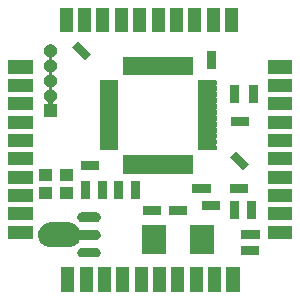
<source format=gbr>
G04 #@! TF.GenerationSoftware,KiCad,Pcbnew,5.1.4-e60b266~84~ubuntu18.04.1*
G04 #@! TF.CreationDate,2019-11-01T23:52:35+08:00*
G04 #@! TF.ProjectId,dap-stm32f103,6461702d-7374-46d3-9332-663130332e6b,rev?*
G04 #@! TF.SameCoordinates,Original*
G04 #@! TF.FileFunction,Soldermask,Top*
G04 #@! TF.FilePolarity,Negative*
%FSLAX46Y46*%
G04 Gerber Fmt 4.6, Leading zero omitted, Abs format (unit mm)*
G04 Created by KiCad (PCBNEW 5.1.4-e60b266~84~ubuntu18.04.1) date 2019-11-01 23:52:35*
%MOMM*%
%LPD*%
G04 APERTURE LIST*
%ADD10C,0.100000*%
G04 APERTURE END LIST*
D10*
G36*
X121626110Y-96919000D02*
G01*
X120524110Y-96919000D01*
X120524110Y-94817000D01*
X121626110Y-94817000D01*
X121626110Y-96919000D01*
X121626110Y-96919000D01*
G37*
G36*
X130959440Y-96919000D02*
G01*
X129857440Y-96919000D01*
X129857440Y-94817000D01*
X130959440Y-94817000D01*
X130959440Y-96919000D01*
X130959440Y-96919000D01*
G37*
G36*
X126292775Y-96919000D02*
G01*
X125190775Y-96919000D01*
X125190775Y-94817000D01*
X126292775Y-94817000D01*
X126292775Y-96919000D01*
X126292775Y-96919000D01*
G37*
G36*
X124737220Y-96919000D02*
G01*
X123635220Y-96919000D01*
X123635220Y-94817000D01*
X124737220Y-94817000D01*
X124737220Y-96919000D01*
X124737220Y-96919000D01*
G37*
G36*
X123181665Y-96919000D02*
G01*
X122079665Y-96919000D01*
X122079665Y-94817000D01*
X123181665Y-94817000D01*
X123181665Y-96919000D01*
X123181665Y-96919000D01*
G37*
G36*
X132515000Y-96919000D02*
G01*
X131413000Y-96919000D01*
X131413000Y-94817000D01*
X132515000Y-94817000D01*
X132515000Y-96919000D01*
X132515000Y-96919000D01*
G37*
G36*
X127848330Y-96919000D02*
G01*
X126746330Y-96919000D01*
X126746330Y-94817000D01*
X127848330Y-94817000D01*
X127848330Y-96919000D01*
X127848330Y-96919000D01*
G37*
G36*
X120070555Y-96919000D02*
G01*
X118968555Y-96919000D01*
X118968555Y-94817000D01*
X120070555Y-94817000D01*
X120070555Y-96919000D01*
X120070555Y-96919000D01*
G37*
G36*
X129403885Y-96919000D02*
G01*
X128301885Y-96919000D01*
X128301885Y-94817000D01*
X129403885Y-94817000D01*
X129403885Y-96919000D01*
X129403885Y-96919000D01*
G37*
G36*
X118515000Y-96919000D02*
G01*
X117413000Y-96919000D01*
X117413000Y-94817000D01*
X118515000Y-94817000D01*
X118515000Y-96919000D01*
X118515000Y-96919000D01*
G37*
G36*
X120413335Y-93158934D02*
G01*
X120452610Y-93162802D01*
X120503002Y-93178089D01*
X120528199Y-93185732D01*
X120597862Y-93222968D01*
X120658922Y-93273078D01*
X120709032Y-93334138D01*
X120746268Y-93403801D01*
X120746268Y-93403802D01*
X120769198Y-93479390D01*
X120776940Y-93558000D01*
X120769198Y-93636610D01*
X120753911Y-93687002D01*
X120746268Y-93712199D01*
X120709032Y-93781862D01*
X120658922Y-93842922D01*
X120597862Y-93893032D01*
X120528199Y-93930268D01*
X120503002Y-93937911D01*
X120452610Y-93953198D01*
X120413335Y-93957066D01*
X120393699Y-93959000D01*
X119154301Y-93959000D01*
X119134665Y-93957066D01*
X119095390Y-93953198D01*
X119044998Y-93937911D01*
X119019801Y-93930268D01*
X118950138Y-93893032D01*
X118889078Y-93842922D01*
X118838968Y-93781862D01*
X118801732Y-93712199D01*
X118794089Y-93687002D01*
X118778802Y-93636610D01*
X118771060Y-93558000D01*
X118778802Y-93479390D01*
X118801732Y-93403802D01*
X118801732Y-93403801D01*
X118838968Y-93334138D01*
X118889078Y-93273078D01*
X118950138Y-93222968D01*
X119019801Y-93185732D01*
X119044998Y-93178089D01*
X119095390Y-93162802D01*
X119134665Y-93158934D01*
X119154301Y-93157000D01*
X120393699Y-93157000D01*
X120413335Y-93158934D01*
X120413335Y-93158934D01*
G37*
G36*
X134200000Y-93774000D02*
G01*
X132648000Y-93774000D01*
X132648000Y-93022000D01*
X134200000Y-93022000D01*
X134200000Y-93774000D01*
X134200000Y-93774000D01*
G37*
G36*
X126255000Y-93709000D02*
G01*
X124253000Y-93709000D01*
X124253000Y-91207000D01*
X126255000Y-91207000D01*
X126255000Y-93709000D01*
X126255000Y-93709000D01*
G37*
G36*
X130355000Y-93709000D02*
G01*
X128353000Y-93709000D01*
X128353000Y-91207000D01*
X130355000Y-91207000D01*
X130355000Y-93709000D01*
X130355000Y-93709000D01*
G37*
G36*
X118127097Y-91012069D02*
G01*
X118230032Y-91022207D01*
X118428146Y-91082305D01*
X118428149Y-91082306D01*
X118524975Y-91134061D01*
X118610729Y-91179897D01*
X118770765Y-91311235D01*
X118902103Y-91471271D01*
X118962835Y-91584894D01*
X118966059Y-91590925D01*
X118979672Y-91611299D01*
X118996999Y-91628626D01*
X119017374Y-91642240D01*
X119040013Y-91651618D01*
X119064046Y-91656398D01*
X119076298Y-91657000D01*
X120393699Y-91657000D01*
X120413335Y-91658934D01*
X120452610Y-91662802D01*
X120503002Y-91678089D01*
X120528199Y-91685732D01*
X120597862Y-91722968D01*
X120658922Y-91773078D01*
X120709032Y-91834138D01*
X120746268Y-91903801D01*
X120746268Y-91903802D01*
X120769198Y-91979390D01*
X120776940Y-92058000D01*
X120769198Y-92136610D01*
X120753911Y-92187002D01*
X120746268Y-92212199D01*
X120709032Y-92281862D01*
X120658922Y-92342922D01*
X120597862Y-92393032D01*
X120528199Y-92430268D01*
X120503002Y-92437911D01*
X120452610Y-92453198D01*
X120413335Y-92457066D01*
X120393699Y-92459000D01*
X119076298Y-92459000D01*
X119051912Y-92461402D01*
X119028463Y-92468515D01*
X119006852Y-92480066D01*
X118987910Y-92495611D01*
X118972365Y-92514553D01*
X118966059Y-92525075D01*
X118902103Y-92644729D01*
X118770765Y-92804765D01*
X118610729Y-92936103D01*
X118524975Y-92981939D01*
X118428149Y-93033694D01*
X118428146Y-93033695D01*
X118230032Y-93093793D01*
X118127097Y-93103931D01*
X118075631Y-93109000D01*
X116472369Y-93109000D01*
X116420903Y-93103931D01*
X116317968Y-93093793D01*
X116119854Y-93033695D01*
X116119851Y-93033694D01*
X116023025Y-92981939D01*
X115937271Y-92936103D01*
X115777235Y-92804765D01*
X115645897Y-92644729D01*
X115551709Y-92468515D01*
X115548306Y-92462149D01*
X115527339Y-92393032D01*
X115488207Y-92264032D01*
X115467915Y-92058000D01*
X115488207Y-91851968D01*
X115548305Y-91653854D01*
X115548306Y-91653851D01*
X115600061Y-91557025D01*
X115645897Y-91471271D01*
X115777235Y-91311235D01*
X115937271Y-91179897D01*
X116023025Y-91134061D01*
X116119851Y-91082306D01*
X116119854Y-91082305D01*
X116317968Y-91022207D01*
X116420903Y-91012069D01*
X116472369Y-91007000D01*
X118075631Y-91007000D01*
X118127097Y-91012069D01*
X118127097Y-91012069D01*
G37*
G36*
X114995000Y-92399000D02*
G01*
X112893000Y-92399000D01*
X112893000Y-91297000D01*
X114995000Y-91297000D01*
X114995000Y-92399000D01*
X114995000Y-92399000D01*
G37*
G36*
X136995000Y-92399000D02*
G01*
X134893000Y-92399000D01*
X134893000Y-91297000D01*
X136995000Y-91297000D01*
X136995000Y-92399000D01*
X136995000Y-92399000D01*
G37*
G36*
X134210000Y-92384000D02*
G01*
X132658000Y-92384000D01*
X132658000Y-91632000D01*
X134210000Y-91632000D01*
X134210000Y-92384000D01*
X134210000Y-92384000D01*
G37*
G36*
X120413335Y-90158934D02*
G01*
X120452610Y-90162802D01*
X120503002Y-90178089D01*
X120528199Y-90185732D01*
X120597862Y-90222968D01*
X120658922Y-90273078D01*
X120709032Y-90334138D01*
X120746268Y-90403801D01*
X120746268Y-90403802D01*
X120769198Y-90479390D01*
X120776940Y-90558000D01*
X120769198Y-90636610D01*
X120753911Y-90687002D01*
X120746268Y-90712199D01*
X120709032Y-90781862D01*
X120658922Y-90842922D01*
X120597862Y-90893032D01*
X120528199Y-90930268D01*
X120503002Y-90937911D01*
X120452610Y-90953198D01*
X120413335Y-90957066D01*
X120393699Y-90959000D01*
X119154301Y-90959000D01*
X119134665Y-90957066D01*
X119095390Y-90953198D01*
X119044998Y-90937911D01*
X119019801Y-90930268D01*
X118950138Y-90893032D01*
X118889078Y-90842922D01*
X118838968Y-90781862D01*
X118801732Y-90712199D01*
X118794089Y-90687002D01*
X118778802Y-90636610D01*
X118771060Y-90558000D01*
X118778802Y-90479390D01*
X118801732Y-90403802D01*
X118801732Y-90403801D01*
X118838968Y-90334138D01*
X118889078Y-90273078D01*
X118950138Y-90222968D01*
X119019801Y-90185732D01*
X119044998Y-90178089D01*
X119095390Y-90162802D01*
X119134665Y-90158934D01*
X119154301Y-90157000D01*
X120393699Y-90157000D01*
X120413335Y-90158934D01*
X120413335Y-90158934D01*
G37*
G36*
X136995000Y-90843440D02*
G01*
X134893000Y-90843440D01*
X134893000Y-89741440D01*
X136995000Y-89741440D01*
X136995000Y-90843440D01*
X136995000Y-90843440D01*
G37*
G36*
X114995000Y-90843440D02*
G01*
X112893000Y-90843440D01*
X112893000Y-89741440D01*
X114995000Y-89741440D01*
X114995000Y-90843440D01*
X114995000Y-90843440D01*
G37*
G36*
X132500000Y-90754000D02*
G01*
X131748000Y-90754000D01*
X131748000Y-89202000D01*
X132500000Y-89202000D01*
X132500000Y-90754000D01*
X132500000Y-90754000D01*
G37*
G36*
X133900000Y-90754000D02*
G01*
X133148000Y-90754000D01*
X133148000Y-89202000D01*
X133900000Y-89202000D01*
X133900000Y-90754000D01*
X133900000Y-90754000D01*
G37*
G36*
X125884000Y-90402000D02*
G01*
X124332000Y-90402000D01*
X124332000Y-89650000D01*
X125884000Y-89650000D01*
X125884000Y-90402000D01*
X125884000Y-90402000D01*
G37*
G36*
X128070000Y-90402000D02*
G01*
X126518000Y-90402000D01*
X126518000Y-89650000D01*
X128070000Y-89650000D01*
X128070000Y-90402000D01*
X128070000Y-90402000D01*
G37*
G36*
X130850000Y-89944000D02*
G01*
X129298000Y-89944000D01*
X129298000Y-89192000D01*
X130850000Y-89192000D01*
X130850000Y-89944000D01*
X130850000Y-89944000D01*
G37*
G36*
X136995000Y-89287885D02*
G01*
X134893000Y-89287885D01*
X134893000Y-88185885D01*
X136995000Y-88185885D01*
X136995000Y-89287885D01*
X136995000Y-89287885D01*
G37*
G36*
X114995000Y-89287885D02*
G01*
X112893000Y-89287885D01*
X112893000Y-88185885D01*
X114995000Y-88185885D01*
X114995000Y-89287885D01*
X114995000Y-89287885D01*
G37*
G36*
X116635000Y-89054000D02*
G01*
X115553000Y-89054000D01*
X115553000Y-88022000D01*
X116635000Y-88022000D01*
X116635000Y-89054000D01*
X116635000Y-89054000D01*
G37*
G36*
X118435000Y-89044000D02*
G01*
X117353000Y-89044000D01*
X117353000Y-88012000D01*
X118435000Y-88012000D01*
X118435000Y-89044000D01*
X118435000Y-89044000D01*
G37*
G36*
X122674000Y-89040000D02*
G01*
X121922000Y-89040000D01*
X121922000Y-87488000D01*
X122674000Y-87488000D01*
X122674000Y-89040000D01*
X122674000Y-89040000D01*
G37*
G36*
X121274000Y-89040000D02*
G01*
X120522000Y-89040000D01*
X120522000Y-87488000D01*
X121274000Y-87488000D01*
X121274000Y-89040000D01*
X121274000Y-89040000D01*
G37*
G36*
X124050000Y-89040000D02*
G01*
X123298000Y-89040000D01*
X123298000Y-87488000D01*
X124050000Y-87488000D01*
X124050000Y-89040000D01*
X124050000Y-89040000D01*
G37*
G36*
X119874000Y-89040000D02*
G01*
X119122000Y-89040000D01*
X119122000Y-87488000D01*
X119874000Y-87488000D01*
X119874000Y-89040000D01*
X119874000Y-89040000D01*
G37*
G36*
X130070000Y-88544000D02*
G01*
X128518000Y-88544000D01*
X128518000Y-87792000D01*
X130070000Y-87792000D01*
X130070000Y-88544000D01*
X130070000Y-88544000D01*
G37*
G36*
X133240000Y-88544000D02*
G01*
X131688000Y-88544000D01*
X131688000Y-87792000D01*
X133240000Y-87792000D01*
X133240000Y-88544000D01*
X133240000Y-88544000D01*
G37*
G36*
X114995000Y-87732330D02*
G01*
X112893000Y-87732330D01*
X112893000Y-86630330D01*
X114995000Y-86630330D01*
X114995000Y-87732330D01*
X114995000Y-87732330D01*
G37*
G36*
X136995000Y-87732330D02*
G01*
X134893000Y-87732330D01*
X134893000Y-86630330D01*
X136995000Y-86630330D01*
X136995000Y-87732330D01*
X136995000Y-87732330D01*
G37*
G36*
X116635000Y-87514000D02*
G01*
X115553000Y-87514000D01*
X115553000Y-86482000D01*
X116635000Y-86482000D01*
X116635000Y-87514000D01*
X116635000Y-87514000D01*
G37*
G36*
X118435000Y-87504000D02*
G01*
X117353000Y-87504000D01*
X117353000Y-86472000D01*
X118435000Y-86472000D01*
X118435000Y-87504000D01*
X118435000Y-87504000D01*
G37*
G36*
X123049295Y-85311823D02*
G01*
X123056309Y-85313951D01*
X123070077Y-85321310D01*
X123092716Y-85330687D01*
X123116749Y-85335467D01*
X123141253Y-85335467D01*
X123165286Y-85330686D01*
X123187923Y-85321310D01*
X123201691Y-85313951D01*
X123208705Y-85311823D01*
X123222140Y-85310500D01*
X123535860Y-85310500D01*
X123549295Y-85311823D01*
X123556309Y-85313951D01*
X123570077Y-85321310D01*
X123592716Y-85330687D01*
X123616749Y-85335467D01*
X123641253Y-85335467D01*
X123665286Y-85330686D01*
X123687923Y-85321310D01*
X123701691Y-85313951D01*
X123708705Y-85311823D01*
X123722140Y-85310500D01*
X124035860Y-85310500D01*
X124049295Y-85311823D01*
X124056309Y-85313951D01*
X124070077Y-85321310D01*
X124092716Y-85330687D01*
X124116749Y-85335467D01*
X124141253Y-85335467D01*
X124165286Y-85330686D01*
X124187923Y-85321310D01*
X124201691Y-85313951D01*
X124208705Y-85311823D01*
X124222140Y-85310500D01*
X124535860Y-85310500D01*
X124549295Y-85311823D01*
X124556309Y-85313951D01*
X124570077Y-85321310D01*
X124592716Y-85330687D01*
X124616749Y-85335467D01*
X124641253Y-85335467D01*
X124665286Y-85330686D01*
X124687923Y-85321310D01*
X124701691Y-85313951D01*
X124708705Y-85311823D01*
X124722140Y-85310500D01*
X125035860Y-85310500D01*
X125049295Y-85311823D01*
X125056309Y-85313951D01*
X125070077Y-85321310D01*
X125092716Y-85330687D01*
X125116749Y-85335467D01*
X125141253Y-85335467D01*
X125165286Y-85330686D01*
X125187923Y-85321310D01*
X125201691Y-85313951D01*
X125208705Y-85311823D01*
X125222140Y-85310500D01*
X125535860Y-85310500D01*
X125549295Y-85311823D01*
X125556309Y-85313951D01*
X125570077Y-85321310D01*
X125592716Y-85330687D01*
X125616749Y-85335467D01*
X125641253Y-85335467D01*
X125665286Y-85330686D01*
X125687923Y-85321310D01*
X125701691Y-85313951D01*
X125708705Y-85311823D01*
X125722140Y-85310500D01*
X126035860Y-85310500D01*
X126049295Y-85311823D01*
X126056309Y-85313951D01*
X126070077Y-85321310D01*
X126092716Y-85330687D01*
X126116749Y-85335467D01*
X126141253Y-85335467D01*
X126165286Y-85330686D01*
X126187923Y-85321310D01*
X126201691Y-85313951D01*
X126208705Y-85311823D01*
X126222140Y-85310500D01*
X126535860Y-85310500D01*
X126549295Y-85311823D01*
X126556309Y-85313951D01*
X126570077Y-85321310D01*
X126592716Y-85330687D01*
X126616749Y-85335467D01*
X126641253Y-85335467D01*
X126665286Y-85330686D01*
X126687923Y-85321310D01*
X126701691Y-85313951D01*
X126708705Y-85311823D01*
X126722140Y-85310500D01*
X127035860Y-85310500D01*
X127049295Y-85311823D01*
X127056309Y-85313951D01*
X127070077Y-85321310D01*
X127092716Y-85330687D01*
X127116749Y-85335467D01*
X127141253Y-85335467D01*
X127165286Y-85330686D01*
X127187923Y-85321310D01*
X127201691Y-85313951D01*
X127208705Y-85311823D01*
X127222140Y-85310500D01*
X127535860Y-85310500D01*
X127549295Y-85311823D01*
X127556309Y-85313951D01*
X127570077Y-85321310D01*
X127592716Y-85330687D01*
X127616749Y-85335467D01*
X127641253Y-85335467D01*
X127665286Y-85330686D01*
X127687923Y-85321310D01*
X127701691Y-85313951D01*
X127708705Y-85311823D01*
X127722140Y-85310500D01*
X128035860Y-85310500D01*
X128049295Y-85311823D01*
X128056309Y-85313951D01*
X128070077Y-85321310D01*
X128092716Y-85330687D01*
X128116749Y-85335467D01*
X128141253Y-85335467D01*
X128165286Y-85330686D01*
X128187923Y-85321310D01*
X128201691Y-85313951D01*
X128208705Y-85311823D01*
X128222140Y-85310500D01*
X128535860Y-85310500D01*
X128549295Y-85311823D01*
X128556310Y-85313951D01*
X128562776Y-85317408D01*
X128568442Y-85322058D01*
X128573092Y-85327724D01*
X128576549Y-85334190D01*
X128578677Y-85341205D01*
X128580000Y-85354640D01*
X128580000Y-86843360D01*
X128578677Y-86856795D01*
X128576549Y-86863810D01*
X128573092Y-86870276D01*
X128568442Y-86875942D01*
X128562776Y-86880592D01*
X128556310Y-86884049D01*
X128549295Y-86886177D01*
X128535860Y-86887500D01*
X128222140Y-86887500D01*
X128208705Y-86886177D01*
X128201691Y-86884049D01*
X128187923Y-86876690D01*
X128165284Y-86867313D01*
X128141251Y-86862533D01*
X128116747Y-86862533D01*
X128092714Y-86867314D01*
X128070077Y-86876690D01*
X128056309Y-86884049D01*
X128049295Y-86886177D01*
X128035860Y-86887500D01*
X127722140Y-86887500D01*
X127708705Y-86886177D01*
X127701691Y-86884049D01*
X127687923Y-86876690D01*
X127665284Y-86867313D01*
X127641251Y-86862533D01*
X127616747Y-86862533D01*
X127592714Y-86867314D01*
X127570077Y-86876690D01*
X127556309Y-86884049D01*
X127549295Y-86886177D01*
X127535860Y-86887500D01*
X127222140Y-86887500D01*
X127208705Y-86886177D01*
X127201691Y-86884049D01*
X127187923Y-86876690D01*
X127165284Y-86867313D01*
X127141251Y-86862533D01*
X127116747Y-86862533D01*
X127092714Y-86867314D01*
X127070077Y-86876690D01*
X127056309Y-86884049D01*
X127049295Y-86886177D01*
X127035860Y-86887500D01*
X126722140Y-86887500D01*
X126708705Y-86886177D01*
X126701691Y-86884049D01*
X126687923Y-86876690D01*
X126665284Y-86867313D01*
X126641251Y-86862533D01*
X126616747Y-86862533D01*
X126592714Y-86867314D01*
X126570077Y-86876690D01*
X126556309Y-86884049D01*
X126549295Y-86886177D01*
X126535860Y-86887500D01*
X126222140Y-86887500D01*
X126208705Y-86886177D01*
X126201691Y-86884049D01*
X126187923Y-86876690D01*
X126165284Y-86867313D01*
X126141251Y-86862533D01*
X126116747Y-86862533D01*
X126092714Y-86867314D01*
X126070077Y-86876690D01*
X126056309Y-86884049D01*
X126049295Y-86886177D01*
X126035860Y-86887500D01*
X125722140Y-86887500D01*
X125708705Y-86886177D01*
X125701691Y-86884049D01*
X125687923Y-86876690D01*
X125665284Y-86867313D01*
X125641251Y-86862533D01*
X125616747Y-86862533D01*
X125592714Y-86867314D01*
X125570077Y-86876690D01*
X125556309Y-86884049D01*
X125549295Y-86886177D01*
X125535860Y-86887500D01*
X125222140Y-86887500D01*
X125208705Y-86886177D01*
X125201691Y-86884049D01*
X125187923Y-86876690D01*
X125165284Y-86867313D01*
X125141251Y-86862533D01*
X125116747Y-86862533D01*
X125092714Y-86867314D01*
X125070077Y-86876690D01*
X125056309Y-86884049D01*
X125049295Y-86886177D01*
X125035860Y-86887500D01*
X124722140Y-86887500D01*
X124708705Y-86886177D01*
X124701691Y-86884049D01*
X124687923Y-86876690D01*
X124665284Y-86867313D01*
X124641251Y-86862533D01*
X124616747Y-86862533D01*
X124592714Y-86867314D01*
X124570077Y-86876690D01*
X124556309Y-86884049D01*
X124549295Y-86886177D01*
X124535860Y-86887500D01*
X124222140Y-86887500D01*
X124208705Y-86886177D01*
X124201691Y-86884049D01*
X124187923Y-86876690D01*
X124165284Y-86867313D01*
X124141251Y-86862533D01*
X124116747Y-86862533D01*
X124092714Y-86867314D01*
X124070077Y-86876690D01*
X124056309Y-86884049D01*
X124049295Y-86886177D01*
X124035860Y-86887500D01*
X123722140Y-86887500D01*
X123708705Y-86886177D01*
X123701691Y-86884049D01*
X123687923Y-86876690D01*
X123665284Y-86867313D01*
X123641251Y-86862533D01*
X123616747Y-86862533D01*
X123592714Y-86867314D01*
X123570077Y-86876690D01*
X123556309Y-86884049D01*
X123549295Y-86886177D01*
X123535860Y-86887500D01*
X123222140Y-86887500D01*
X123208705Y-86886177D01*
X123201691Y-86884049D01*
X123187923Y-86876690D01*
X123165284Y-86867313D01*
X123141251Y-86862533D01*
X123116747Y-86862533D01*
X123092714Y-86867314D01*
X123070077Y-86876690D01*
X123056309Y-86884049D01*
X123049295Y-86886177D01*
X123035860Y-86887500D01*
X122722140Y-86887500D01*
X122708705Y-86886177D01*
X122701690Y-86884049D01*
X122695224Y-86880592D01*
X122689558Y-86875942D01*
X122684908Y-86870276D01*
X122681451Y-86863810D01*
X122679323Y-86856795D01*
X122678000Y-86843360D01*
X122678000Y-85354640D01*
X122679323Y-85341205D01*
X122681451Y-85334190D01*
X122684908Y-85327724D01*
X122689558Y-85322058D01*
X122695224Y-85317408D01*
X122701690Y-85313951D01*
X122708705Y-85311823D01*
X122722140Y-85310500D01*
X123035860Y-85310500D01*
X123049295Y-85311823D01*
X123049295Y-85311823D01*
G37*
G36*
X120640000Y-86564000D02*
G01*
X119088000Y-86564000D01*
X119088000Y-85812000D01*
X120640000Y-85812000D01*
X120640000Y-86564000D01*
X120640000Y-86564000D01*
G37*
G36*
X132737547Y-85429802D02*
G01*
X132737547Y-85429803D01*
X132842198Y-85534454D01*
X132842198Y-85534453D01*
X133338587Y-86030842D01*
X132806842Y-86562587D01*
X132310453Y-86066198D01*
X132310454Y-86066198D01*
X132205803Y-85961547D01*
X132205802Y-85961547D01*
X131709413Y-85465158D01*
X132241158Y-84933413D01*
X132737547Y-85429802D01*
X132737547Y-85429802D01*
G37*
G36*
X114995000Y-86176775D02*
G01*
X112893000Y-86176775D01*
X112893000Y-85074775D01*
X114995000Y-85074775D01*
X114995000Y-86176775D01*
X114995000Y-86176775D01*
G37*
G36*
X136995000Y-86176775D02*
G01*
X134893000Y-86176775D01*
X134893000Y-85074775D01*
X136995000Y-85074775D01*
X136995000Y-86176775D01*
X136995000Y-86176775D01*
G37*
G36*
X130549295Y-78986823D02*
G01*
X130556310Y-78988951D01*
X130562776Y-78992408D01*
X130568442Y-78997058D01*
X130573092Y-79002724D01*
X130576549Y-79009190D01*
X130578677Y-79016205D01*
X130580000Y-79029640D01*
X130580000Y-79343360D01*
X130578677Y-79356795D01*
X130576549Y-79363809D01*
X130569190Y-79377577D01*
X130559813Y-79400216D01*
X130555033Y-79424249D01*
X130555033Y-79448753D01*
X130559814Y-79472786D01*
X130569190Y-79495423D01*
X130576549Y-79509191D01*
X130578677Y-79516205D01*
X130580000Y-79529640D01*
X130580000Y-79843360D01*
X130578677Y-79856795D01*
X130576549Y-79863809D01*
X130569190Y-79877577D01*
X130559813Y-79900216D01*
X130555033Y-79924249D01*
X130555033Y-79948753D01*
X130559814Y-79972786D01*
X130569190Y-79995423D01*
X130576549Y-80009191D01*
X130578677Y-80016205D01*
X130580000Y-80029640D01*
X130580000Y-80343360D01*
X130578677Y-80356795D01*
X130576549Y-80363809D01*
X130569190Y-80377577D01*
X130559813Y-80400216D01*
X130555033Y-80424249D01*
X130555033Y-80448753D01*
X130559814Y-80472786D01*
X130569190Y-80495423D01*
X130576549Y-80509191D01*
X130578677Y-80516205D01*
X130580000Y-80529640D01*
X130580000Y-80843360D01*
X130578677Y-80856795D01*
X130576549Y-80863809D01*
X130569190Y-80877577D01*
X130559813Y-80900216D01*
X130555033Y-80924249D01*
X130555033Y-80948753D01*
X130559814Y-80972786D01*
X130569190Y-80995423D01*
X130576549Y-81009191D01*
X130578677Y-81016205D01*
X130580000Y-81029640D01*
X130580000Y-81343360D01*
X130578677Y-81356795D01*
X130576549Y-81363809D01*
X130569190Y-81377577D01*
X130559813Y-81400216D01*
X130555033Y-81424249D01*
X130555033Y-81448753D01*
X130559814Y-81472786D01*
X130569190Y-81495423D01*
X130576549Y-81509191D01*
X130578677Y-81516205D01*
X130580000Y-81529640D01*
X130580000Y-81843360D01*
X130578677Y-81856795D01*
X130576549Y-81863809D01*
X130569190Y-81877577D01*
X130559813Y-81900216D01*
X130555033Y-81924249D01*
X130555033Y-81948753D01*
X130559814Y-81972786D01*
X130569190Y-81995423D01*
X130576549Y-82009191D01*
X130578677Y-82016205D01*
X130580000Y-82029640D01*
X130580000Y-82343360D01*
X130578677Y-82356795D01*
X130576549Y-82363809D01*
X130569190Y-82377577D01*
X130559813Y-82400216D01*
X130555033Y-82424249D01*
X130555033Y-82448753D01*
X130559814Y-82472786D01*
X130569190Y-82495423D01*
X130576549Y-82509191D01*
X130578677Y-82516205D01*
X130580000Y-82529640D01*
X130580000Y-82843360D01*
X130578677Y-82856795D01*
X130576549Y-82863809D01*
X130569190Y-82877577D01*
X130559813Y-82900216D01*
X130555033Y-82924249D01*
X130555033Y-82948753D01*
X130559814Y-82972786D01*
X130569190Y-82995423D01*
X130576549Y-83009191D01*
X130578677Y-83016205D01*
X130580000Y-83029640D01*
X130580000Y-83343360D01*
X130578677Y-83356795D01*
X130576549Y-83363809D01*
X130569190Y-83377577D01*
X130559813Y-83400216D01*
X130555033Y-83424249D01*
X130555033Y-83448753D01*
X130559814Y-83472786D01*
X130569190Y-83495423D01*
X130576549Y-83509191D01*
X130578677Y-83516205D01*
X130580000Y-83529640D01*
X130580000Y-83843360D01*
X130578677Y-83856795D01*
X130576549Y-83863809D01*
X130569190Y-83877577D01*
X130559813Y-83900216D01*
X130555033Y-83924249D01*
X130555033Y-83948753D01*
X130559814Y-83972786D01*
X130569190Y-83995423D01*
X130576549Y-84009191D01*
X130578677Y-84016205D01*
X130580000Y-84029640D01*
X130580000Y-84343360D01*
X130578677Y-84356795D01*
X130576549Y-84363809D01*
X130569190Y-84377577D01*
X130559813Y-84400216D01*
X130555033Y-84424249D01*
X130555033Y-84448753D01*
X130559814Y-84472786D01*
X130569190Y-84495423D01*
X130576549Y-84509191D01*
X130578677Y-84516205D01*
X130580000Y-84529640D01*
X130580000Y-84843360D01*
X130578677Y-84856795D01*
X130576549Y-84863810D01*
X130573092Y-84870276D01*
X130568442Y-84875942D01*
X130562776Y-84880592D01*
X130556310Y-84884049D01*
X130549295Y-84886177D01*
X130535860Y-84887500D01*
X129047140Y-84887500D01*
X129033705Y-84886177D01*
X129026690Y-84884049D01*
X129020224Y-84880592D01*
X129014558Y-84875942D01*
X129009908Y-84870276D01*
X129006451Y-84863810D01*
X129004323Y-84856795D01*
X129003000Y-84843360D01*
X129003000Y-84529640D01*
X129004323Y-84516205D01*
X129006451Y-84509191D01*
X129013810Y-84495423D01*
X129023187Y-84472784D01*
X129027967Y-84448751D01*
X129027967Y-84424247D01*
X129023186Y-84400214D01*
X129013810Y-84377577D01*
X129006451Y-84363809D01*
X129004323Y-84356795D01*
X129003000Y-84343360D01*
X129003000Y-84029640D01*
X129004323Y-84016205D01*
X129006451Y-84009191D01*
X129013810Y-83995423D01*
X129023187Y-83972784D01*
X129027967Y-83948751D01*
X129027967Y-83924247D01*
X129023186Y-83900214D01*
X129013810Y-83877577D01*
X129006451Y-83863809D01*
X129004323Y-83856795D01*
X129003000Y-83843360D01*
X129003000Y-83529640D01*
X129004323Y-83516205D01*
X129006451Y-83509191D01*
X129013810Y-83495423D01*
X129023187Y-83472784D01*
X129027967Y-83448751D01*
X129027967Y-83424247D01*
X129023186Y-83400214D01*
X129013810Y-83377577D01*
X129006451Y-83363809D01*
X129004323Y-83356795D01*
X129003000Y-83343360D01*
X129003000Y-83029640D01*
X129004323Y-83016205D01*
X129006451Y-83009191D01*
X129013810Y-82995423D01*
X129023187Y-82972784D01*
X129027967Y-82948751D01*
X129027967Y-82924247D01*
X129023186Y-82900214D01*
X129013810Y-82877577D01*
X129006451Y-82863809D01*
X129004323Y-82856795D01*
X129003000Y-82843360D01*
X129003000Y-82529640D01*
X129004323Y-82516205D01*
X129006451Y-82509191D01*
X129013810Y-82495423D01*
X129023187Y-82472784D01*
X129027967Y-82448751D01*
X129027967Y-82424247D01*
X129023186Y-82400214D01*
X129013810Y-82377577D01*
X129006451Y-82363809D01*
X129004323Y-82356795D01*
X129003000Y-82343360D01*
X129003000Y-82029640D01*
X129004323Y-82016205D01*
X129006451Y-82009191D01*
X129013810Y-81995423D01*
X129023187Y-81972784D01*
X129027967Y-81948751D01*
X129027967Y-81924247D01*
X129023186Y-81900214D01*
X129013810Y-81877577D01*
X129006451Y-81863809D01*
X129004323Y-81856795D01*
X129003000Y-81843360D01*
X129003000Y-81529640D01*
X129004323Y-81516205D01*
X129006451Y-81509191D01*
X129013810Y-81495423D01*
X129023187Y-81472784D01*
X129027967Y-81448751D01*
X129027967Y-81424247D01*
X129023186Y-81400214D01*
X129013810Y-81377577D01*
X129006451Y-81363809D01*
X129004323Y-81356795D01*
X129003000Y-81343360D01*
X129003000Y-81029640D01*
X129004323Y-81016205D01*
X129006451Y-81009191D01*
X129013810Y-80995423D01*
X129023187Y-80972784D01*
X129027967Y-80948751D01*
X129027967Y-80924247D01*
X129023186Y-80900214D01*
X129013810Y-80877577D01*
X129006451Y-80863809D01*
X129004323Y-80856795D01*
X129003000Y-80843360D01*
X129003000Y-80529640D01*
X129004323Y-80516205D01*
X129006451Y-80509191D01*
X129013810Y-80495423D01*
X129023187Y-80472784D01*
X129027967Y-80448751D01*
X129027967Y-80424247D01*
X129023186Y-80400214D01*
X129013810Y-80377577D01*
X129006451Y-80363809D01*
X129004323Y-80356795D01*
X129003000Y-80343360D01*
X129003000Y-80029640D01*
X129004323Y-80016205D01*
X129006451Y-80009191D01*
X129013810Y-79995423D01*
X129023187Y-79972784D01*
X129027967Y-79948751D01*
X129027967Y-79924247D01*
X129023186Y-79900214D01*
X129013810Y-79877577D01*
X129006451Y-79863809D01*
X129004323Y-79856795D01*
X129003000Y-79843360D01*
X129003000Y-79529640D01*
X129004323Y-79516205D01*
X129006451Y-79509191D01*
X129013810Y-79495423D01*
X129023187Y-79472784D01*
X129027967Y-79448751D01*
X129027967Y-79424247D01*
X129023186Y-79400214D01*
X129013810Y-79377577D01*
X129006451Y-79363809D01*
X129004323Y-79356795D01*
X129003000Y-79343360D01*
X129003000Y-79029640D01*
X129004323Y-79016205D01*
X129006451Y-79009190D01*
X129009908Y-79002724D01*
X129014558Y-78997058D01*
X129020224Y-78992408D01*
X129026690Y-78988951D01*
X129033705Y-78986823D01*
X129047140Y-78985500D01*
X130535860Y-78985500D01*
X130549295Y-78986823D01*
X130549295Y-78986823D01*
G37*
G36*
X122224295Y-78986823D02*
G01*
X122231310Y-78988951D01*
X122237776Y-78992408D01*
X122243442Y-78997058D01*
X122248092Y-79002724D01*
X122251549Y-79009190D01*
X122253677Y-79016205D01*
X122255000Y-79029640D01*
X122255000Y-79343360D01*
X122253677Y-79356795D01*
X122251549Y-79363809D01*
X122244190Y-79377577D01*
X122234813Y-79400216D01*
X122230033Y-79424249D01*
X122230033Y-79448753D01*
X122234814Y-79472786D01*
X122244190Y-79495423D01*
X122251549Y-79509191D01*
X122253677Y-79516205D01*
X122255000Y-79529640D01*
X122255000Y-79843360D01*
X122253677Y-79856795D01*
X122251549Y-79863809D01*
X122244190Y-79877577D01*
X122234813Y-79900216D01*
X122230033Y-79924249D01*
X122230033Y-79948753D01*
X122234814Y-79972786D01*
X122244190Y-79995423D01*
X122251549Y-80009191D01*
X122253677Y-80016205D01*
X122255000Y-80029640D01*
X122255000Y-80343360D01*
X122253677Y-80356795D01*
X122251549Y-80363809D01*
X122244190Y-80377577D01*
X122234813Y-80400216D01*
X122230033Y-80424249D01*
X122230033Y-80448753D01*
X122234814Y-80472786D01*
X122244190Y-80495423D01*
X122251549Y-80509191D01*
X122253677Y-80516205D01*
X122255000Y-80529640D01*
X122255000Y-80843360D01*
X122253677Y-80856795D01*
X122251549Y-80863809D01*
X122244190Y-80877577D01*
X122234813Y-80900216D01*
X122230033Y-80924249D01*
X122230033Y-80948753D01*
X122234814Y-80972786D01*
X122244190Y-80995423D01*
X122251549Y-81009191D01*
X122253677Y-81016205D01*
X122255000Y-81029640D01*
X122255000Y-81343360D01*
X122253677Y-81356795D01*
X122251549Y-81363809D01*
X122244190Y-81377577D01*
X122234813Y-81400216D01*
X122230033Y-81424249D01*
X122230033Y-81448753D01*
X122234814Y-81472786D01*
X122244190Y-81495423D01*
X122251549Y-81509191D01*
X122253677Y-81516205D01*
X122255000Y-81529640D01*
X122255000Y-81843360D01*
X122253677Y-81856795D01*
X122251549Y-81863809D01*
X122244190Y-81877577D01*
X122234813Y-81900216D01*
X122230033Y-81924249D01*
X122230033Y-81948753D01*
X122234814Y-81972786D01*
X122244190Y-81995423D01*
X122251549Y-82009191D01*
X122253677Y-82016205D01*
X122255000Y-82029640D01*
X122255000Y-82343360D01*
X122253677Y-82356795D01*
X122251549Y-82363809D01*
X122244190Y-82377577D01*
X122234813Y-82400216D01*
X122230033Y-82424249D01*
X122230033Y-82448753D01*
X122234814Y-82472786D01*
X122244190Y-82495423D01*
X122251549Y-82509191D01*
X122253677Y-82516205D01*
X122255000Y-82529640D01*
X122255000Y-82843360D01*
X122253677Y-82856795D01*
X122251549Y-82863809D01*
X122244190Y-82877577D01*
X122234813Y-82900216D01*
X122230033Y-82924249D01*
X122230033Y-82948753D01*
X122234814Y-82972786D01*
X122244190Y-82995423D01*
X122251549Y-83009191D01*
X122253677Y-83016205D01*
X122255000Y-83029640D01*
X122255000Y-83343360D01*
X122253677Y-83356795D01*
X122251549Y-83363809D01*
X122244190Y-83377577D01*
X122234813Y-83400216D01*
X122230033Y-83424249D01*
X122230033Y-83448753D01*
X122234814Y-83472786D01*
X122244190Y-83495423D01*
X122251549Y-83509191D01*
X122253677Y-83516205D01*
X122255000Y-83529640D01*
X122255000Y-83843360D01*
X122253677Y-83856795D01*
X122251549Y-83863809D01*
X122244190Y-83877577D01*
X122234813Y-83900216D01*
X122230033Y-83924249D01*
X122230033Y-83948753D01*
X122234814Y-83972786D01*
X122244190Y-83995423D01*
X122251549Y-84009191D01*
X122253677Y-84016205D01*
X122255000Y-84029640D01*
X122255000Y-84343360D01*
X122253677Y-84356795D01*
X122251549Y-84363809D01*
X122244190Y-84377577D01*
X122234813Y-84400216D01*
X122230033Y-84424249D01*
X122230033Y-84448753D01*
X122234814Y-84472786D01*
X122244190Y-84495423D01*
X122251549Y-84509191D01*
X122253677Y-84516205D01*
X122255000Y-84529640D01*
X122255000Y-84843360D01*
X122253677Y-84856795D01*
X122251549Y-84863810D01*
X122248092Y-84870276D01*
X122243442Y-84875942D01*
X122237776Y-84880592D01*
X122231310Y-84884049D01*
X122224295Y-84886177D01*
X122210860Y-84887500D01*
X120722140Y-84887500D01*
X120708705Y-84886177D01*
X120701690Y-84884049D01*
X120695224Y-84880592D01*
X120689558Y-84875942D01*
X120684908Y-84870276D01*
X120681451Y-84863810D01*
X120679323Y-84856795D01*
X120678000Y-84843360D01*
X120678000Y-84529640D01*
X120679323Y-84516205D01*
X120681451Y-84509191D01*
X120688810Y-84495423D01*
X120698187Y-84472784D01*
X120702967Y-84448751D01*
X120702967Y-84424247D01*
X120698186Y-84400214D01*
X120688810Y-84377577D01*
X120681451Y-84363809D01*
X120679323Y-84356795D01*
X120678000Y-84343360D01*
X120678000Y-84029640D01*
X120679323Y-84016205D01*
X120681451Y-84009191D01*
X120688810Y-83995423D01*
X120698187Y-83972784D01*
X120702967Y-83948751D01*
X120702967Y-83924247D01*
X120698186Y-83900214D01*
X120688810Y-83877577D01*
X120681451Y-83863809D01*
X120679323Y-83856795D01*
X120678000Y-83843360D01*
X120678000Y-83529640D01*
X120679323Y-83516205D01*
X120681451Y-83509191D01*
X120688810Y-83495423D01*
X120698187Y-83472784D01*
X120702967Y-83448751D01*
X120702967Y-83424247D01*
X120698186Y-83400214D01*
X120688810Y-83377577D01*
X120681451Y-83363809D01*
X120679323Y-83356795D01*
X120678000Y-83343360D01*
X120678000Y-83029640D01*
X120679323Y-83016205D01*
X120681451Y-83009191D01*
X120688810Y-82995423D01*
X120698187Y-82972784D01*
X120702967Y-82948751D01*
X120702967Y-82924247D01*
X120698186Y-82900214D01*
X120688810Y-82877577D01*
X120681451Y-82863809D01*
X120679323Y-82856795D01*
X120678000Y-82843360D01*
X120678000Y-82529640D01*
X120679323Y-82516205D01*
X120681451Y-82509191D01*
X120688810Y-82495423D01*
X120698187Y-82472784D01*
X120702967Y-82448751D01*
X120702967Y-82424247D01*
X120698186Y-82400214D01*
X120688810Y-82377577D01*
X120681451Y-82363809D01*
X120679323Y-82356795D01*
X120678000Y-82343360D01*
X120678000Y-82029640D01*
X120679323Y-82016205D01*
X120681451Y-82009191D01*
X120688810Y-81995423D01*
X120698187Y-81972784D01*
X120702967Y-81948751D01*
X120702967Y-81924247D01*
X120698186Y-81900214D01*
X120688810Y-81877577D01*
X120681451Y-81863809D01*
X120679323Y-81856795D01*
X120678000Y-81843360D01*
X120678000Y-81529640D01*
X120679323Y-81516205D01*
X120681451Y-81509191D01*
X120688810Y-81495423D01*
X120698187Y-81472784D01*
X120702967Y-81448751D01*
X120702967Y-81424247D01*
X120698186Y-81400214D01*
X120688810Y-81377577D01*
X120681451Y-81363809D01*
X120679323Y-81356795D01*
X120678000Y-81343360D01*
X120678000Y-81029640D01*
X120679323Y-81016205D01*
X120681451Y-81009191D01*
X120688810Y-80995423D01*
X120698187Y-80972784D01*
X120702967Y-80948751D01*
X120702967Y-80924247D01*
X120698186Y-80900214D01*
X120688810Y-80877577D01*
X120681451Y-80863809D01*
X120679323Y-80856795D01*
X120678000Y-80843360D01*
X120678000Y-80529640D01*
X120679323Y-80516205D01*
X120681451Y-80509191D01*
X120688810Y-80495423D01*
X120698187Y-80472784D01*
X120702967Y-80448751D01*
X120702967Y-80424247D01*
X120698186Y-80400214D01*
X120688810Y-80377577D01*
X120681451Y-80363809D01*
X120679323Y-80356795D01*
X120678000Y-80343360D01*
X120678000Y-80029640D01*
X120679323Y-80016205D01*
X120681451Y-80009191D01*
X120688810Y-79995423D01*
X120698187Y-79972784D01*
X120702967Y-79948751D01*
X120702967Y-79924247D01*
X120698186Y-79900214D01*
X120688810Y-79877577D01*
X120681451Y-79863809D01*
X120679323Y-79856795D01*
X120678000Y-79843360D01*
X120678000Y-79529640D01*
X120679323Y-79516205D01*
X120681451Y-79509191D01*
X120688810Y-79495423D01*
X120698187Y-79472784D01*
X120702967Y-79448751D01*
X120702967Y-79424247D01*
X120698186Y-79400214D01*
X120688810Y-79377577D01*
X120681451Y-79363809D01*
X120679323Y-79356795D01*
X120678000Y-79343360D01*
X120678000Y-79029640D01*
X120679323Y-79016205D01*
X120681451Y-79009190D01*
X120684908Y-79002724D01*
X120689558Y-78997058D01*
X120695224Y-78992408D01*
X120701690Y-78988951D01*
X120708705Y-78986823D01*
X120722140Y-78985500D01*
X122210860Y-78985500D01*
X122224295Y-78986823D01*
X122224295Y-78986823D01*
G37*
G36*
X114995000Y-84621220D02*
G01*
X112893000Y-84621220D01*
X112893000Y-83519220D01*
X114995000Y-83519220D01*
X114995000Y-84621220D01*
X114995000Y-84621220D01*
G37*
G36*
X136995000Y-84621220D02*
G01*
X134893000Y-84621220D01*
X134893000Y-83519220D01*
X136995000Y-83519220D01*
X136995000Y-84621220D01*
X136995000Y-84621220D01*
G37*
G36*
X136995000Y-83065665D02*
G01*
X134893000Y-83065665D01*
X134893000Y-81963665D01*
X136995000Y-81963665D01*
X136995000Y-83065665D01*
X136995000Y-83065665D01*
G37*
G36*
X114995000Y-83065665D02*
G01*
X112893000Y-83065665D01*
X112893000Y-81963665D01*
X114995000Y-81963665D01*
X114995000Y-83065665D01*
X114995000Y-83065665D01*
G37*
G36*
X133340000Y-82844000D02*
G01*
X131788000Y-82844000D01*
X131788000Y-82092000D01*
X133340000Y-82092000D01*
X133340000Y-82844000D01*
X133340000Y-82844000D01*
G37*
G36*
X116622015Y-75934973D02*
G01*
X116725879Y-75966479D01*
X116753055Y-75981005D01*
X116821600Y-76017643D01*
X116905501Y-76086499D01*
X116974357Y-76170400D01*
X117010995Y-76238945D01*
X117025521Y-76266121D01*
X117057027Y-76369985D01*
X117067666Y-76478000D01*
X117057027Y-76586015D01*
X117025521Y-76689879D01*
X117025519Y-76689882D01*
X116974357Y-76785600D01*
X116905501Y-76869501D01*
X116821600Y-76938357D01*
X116753055Y-76974995D01*
X116725879Y-76989521D01*
X116713131Y-76993388D01*
X116690504Y-77002760D01*
X116670130Y-77016374D01*
X116652803Y-77033701D01*
X116639189Y-77054075D01*
X116629812Y-77076714D01*
X116625031Y-77100747D01*
X116625031Y-77125251D01*
X116629811Y-77149285D01*
X116639188Y-77171924D01*
X116652802Y-77192298D01*
X116670129Y-77209625D01*
X116690503Y-77223239D01*
X116713131Y-77232612D01*
X116725879Y-77236479D01*
X116753055Y-77251005D01*
X116821600Y-77287643D01*
X116905501Y-77356499D01*
X116974357Y-77440400D01*
X117010995Y-77508945D01*
X117025521Y-77536121D01*
X117057027Y-77639985D01*
X117067666Y-77748000D01*
X117057027Y-77856015D01*
X117025521Y-77959879D01*
X117025519Y-77959882D01*
X116974357Y-78055600D01*
X116905501Y-78139501D01*
X116821600Y-78208357D01*
X116753055Y-78244995D01*
X116725879Y-78259521D01*
X116713131Y-78263388D01*
X116690504Y-78272760D01*
X116670130Y-78286374D01*
X116652803Y-78303701D01*
X116639189Y-78324075D01*
X116629812Y-78346714D01*
X116625031Y-78370747D01*
X116625031Y-78395251D01*
X116629811Y-78419285D01*
X116639188Y-78441924D01*
X116652802Y-78462298D01*
X116670129Y-78479625D01*
X116690503Y-78493239D01*
X116713131Y-78502612D01*
X116725879Y-78506479D01*
X116747124Y-78517835D01*
X116821600Y-78557643D01*
X116905501Y-78626499D01*
X116974357Y-78710400D01*
X117010995Y-78778945D01*
X117025521Y-78806121D01*
X117057027Y-78909985D01*
X117067666Y-79018000D01*
X117057027Y-79126015D01*
X117025521Y-79229879D01*
X117025519Y-79229882D01*
X116974357Y-79325600D01*
X116905501Y-79409501D01*
X116821600Y-79478357D01*
X116776549Y-79502437D01*
X116725879Y-79529521D01*
X116713131Y-79533388D01*
X116690504Y-79542760D01*
X116670130Y-79556374D01*
X116652803Y-79573701D01*
X116639189Y-79594075D01*
X116629812Y-79616714D01*
X116625031Y-79640747D01*
X116625031Y-79665251D01*
X116629811Y-79689285D01*
X116639188Y-79711924D01*
X116652802Y-79732298D01*
X116670129Y-79749625D01*
X116690503Y-79763239D01*
X116713131Y-79772612D01*
X116725879Y-79776479D01*
X116745562Y-79787000D01*
X116821600Y-79827643D01*
X116905501Y-79896499D01*
X116974357Y-79980400D01*
X117008352Y-80044000D01*
X117025521Y-80076121D01*
X117057027Y-80179985D01*
X117067666Y-80288000D01*
X117057027Y-80396015D01*
X117025521Y-80499879D01*
X117017473Y-80514936D01*
X116974357Y-80595600D01*
X116905501Y-80679501D01*
X116821600Y-80748356D01*
X116777807Y-80771764D01*
X116757437Y-80785375D01*
X116740110Y-80802702D01*
X116726496Y-80823076D01*
X116717119Y-80845715D01*
X116712338Y-80869748D01*
X116712338Y-80894252D01*
X116717118Y-80918286D01*
X116726495Y-80940924D01*
X116740109Y-80961299D01*
X116757436Y-80978626D01*
X116777810Y-80992240D01*
X116800449Y-81001617D01*
X116824482Y-81006398D01*
X116836735Y-81007000D01*
X117065000Y-81007000D01*
X117065000Y-82109000D01*
X115963000Y-82109000D01*
X115963000Y-81007000D01*
X116191265Y-81007000D01*
X116215651Y-81004598D01*
X116239100Y-80997485D01*
X116260711Y-80985934D01*
X116279653Y-80970389D01*
X116295198Y-80951447D01*
X116306749Y-80929836D01*
X116313862Y-80906387D01*
X116316264Y-80882001D01*
X116313862Y-80857615D01*
X116306749Y-80834166D01*
X116295198Y-80812555D01*
X116279653Y-80793613D01*
X116260711Y-80778068D01*
X116250198Y-80771767D01*
X116206400Y-80748356D01*
X116122499Y-80679501D01*
X116053643Y-80595600D01*
X116010527Y-80514936D01*
X116002479Y-80499879D01*
X115970973Y-80396015D01*
X115960334Y-80288000D01*
X115970973Y-80179985D01*
X116002479Y-80076121D01*
X116019648Y-80044000D01*
X116053643Y-79980400D01*
X116122499Y-79896499D01*
X116206400Y-79827643D01*
X116282438Y-79787000D01*
X116302121Y-79776479D01*
X116314869Y-79772612D01*
X116337496Y-79763240D01*
X116357870Y-79749626D01*
X116375197Y-79732299D01*
X116388811Y-79711925D01*
X116398188Y-79689286D01*
X116402969Y-79665253D01*
X116402969Y-79640749D01*
X116398189Y-79616715D01*
X116388812Y-79594076D01*
X116375198Y-79573702D01*
X116357871Y-79556375D01*
X116337497Y-79542761D01*
X116314869Y-79533388D01*
X116302121Y-79529521D01*
X116251451Y-79502437D01*
X116206400Y-79478357D01*
X116122499Y-79409501D01*
X116053643Y-79325600D01*
X116002481Y-79229882D01*
X116002479Y-79229879D01*
X115970973Y-79126015D01*
X115960334Y-79018000D01*
X115970973Y-78909985D01*
X116002479Y-78806121D01*
X116017005Y-78778945D01*
X116053643Y-78710400D01*
X116122499Y-78626499D01*
X116206400Y-78557643D01*
X116280876Y-78517835D01*
X116302121Y-78506479D01*
X116314869Y-78502612D01*
X116337496Y-78493240D01*
X116357870Y-78479626D01*
X116375197Y-78462299D01*
X116388811Y-78441925D01*
X116398188Y-78419286D01*
X116402969Y-78395253D01*
X116402969Y-78370749D01*
X116398189Y-78346715D01*
X116388812Y-78324076D01*
X116375198Y-78303702D01*
X116357871Y-78286375D01*
X116337497Y-78272761D01*
X116314869Y-78263388D01*
X116302121Y-78259521D01*
X116274945Y-78244995D01*
X116206400Y-78208357D01*
X116122499Y-78139501D01*
X116053643Y-78055600D01*
X116002481Y-77959882D01*
X116002479Y-77959879D01*
X115970973Y-77856015D01*
X115960334Y-77748000D01*
X115970973Y-77639985D01*
X116002479Y-77536121D01*
X116017005Y-77508945D01*
X116053643Y-77440400D01*
X116122499Y-77356499D01*
X116206400Y-77287643D01*
X116274945Y-77251005D01*
X116302121Y-77236479D01*
X116314869Y-77232612D01*
X116337496Y-77223240D01*
X116357870Y-77209626D01*
X116375197Y-77192299D01*
X116388811Y-77171925D01*
X116398188Y-77149286D01*
X116402969Y-77125253D01*
X116402969Y-77100749D01*
X116398189Y-77076715D01*
X116388812Y-77054076D01*
X116375198Y-77033702D01*
X116357871Y-77016375D01*
X116337497Y-77002761D01*
X116314869Y-76993388D01*
X116302121Y-76989521D01*
X116274945Y-76974995D01*
X116206400Y-76938357D01*
X116122499Y-76869501D01*
X116053643Y-76785600D01*
X116002481Y-76689882D01*
X116002479Y-76689879D01*
X115970973Y-76586015D01*
X115960334Y-76478000D01*
X115970973Y-76369985D01*
X116002479Y-76266121D01*
X116017005Y-76238945D01*
X116053643Y-76170400D01*
X116122499Y-76086499D01*
X116206400Y-76017643D01*
X116274945Y-75981005D01*
X116302121Y-75966479D01*
X116405985Y-75934973D01*
X116486933Y-75927000D01*
X116541067Y-75927000D01*
X116622015Y-75934973D01*
X116622015Y-75934973D01*
G37*
G36*
X136995000Y-81510110D02*
G01*
X134893000Y-81510110D01*
X134893000Y-80408110D01*
X136995000Y-80408110D01*
X136995000Y-81510110D01*
X136995000Y-81510110D01*
G37*
G36*
X114995000Y-81510110D02*
G01*
X112893000Y-81510110D01*
X112893000Y-80408110D01*
X114995000Y-80408110D01*
X114995000Y-81510110D01*
X114995000Y-81510110D01*
G37*
G36*
X134040000Y-80894000D02*
G01*
X133288000Y-80894000D01*
X133288000Y-79342000D01*
X134040000Y-79342000D01*
X134040000Y-80894000D01*
X134040000Y-80894000D01*
G37*
G36*
X132440000Y-80894000D02*
G01*
X131688000Y-80894000D01*
X131688000Y-79342000D01*
X132440000Y-79342000D01*
X132440000Y-80894000D01*
X132440000Y-80894000D01*
G37*
G36*
X114995000Y-79954555D02*
G01*
X112893000Y-79954555D01*
X112893000Y-78852555D01*
X114995000Y-78852555D01*
X114995000Y-79954555D01*
X114995000Y-79954555D01*
G37*
G36*
X136995000Y-79954555D02*
G01*
X134893000Y-79954555D01*
X134893000Y-78852555D01*
X136995000Y-78852555D01*
X136995000Y-79954555D01*
X136995000Y-79954555D01*
G37*
G36*
X123049295Y-76986823D02*
G01*
X123056309Y-76988951D01*
X123070077Y-76996310D01*
X123092716Y-77005687D01*
X123116749Y-77010467D01*
X123141253Y-77010467D01*
X123165286Y-77005686D01*
X123187923Y-76996310D01*
X123201691Y-76988951D01*
X123208705Y-76986823D01*
X123222140Y-76985500D01*
X123535860Y-76985500D01*
X123549295Y-76986823D01*
X123556309Y-76988951D01*
X123570077Y-76996310D01*
X123592716Y-77005687D01*
X123616749Y-77010467D01*
X123641253Y-77010467D01*
X123665286Y-77005686D01*
X123687923Y-76996310D01*
X123701691Y-76988951D01*
X123708705Y-76986823D01*
X123722140Y-76985500D01*
X124035860Y-76985500D01*
X124049295Y-76986823D01*
X124056309Y-76988951D01*
X124070077Y-76996310D01*
X124092716Y-77005687D01*
X124116749Y-77010467D01*
X124141253Y-77010467D01*
X124165286Y-77005686D01*
X124187923Y-76996310D01*
X124201691Y-76988951D01*
X124208705Y-76986823D01*
X124222140Y-76985500D01*
X124535860Y-76985500D01*
X124549295Y-76986823D01*
X124556309Y-76988951D01*
X124570077Y-76996310D01*
X124592716Y-77005687D01*
X124616749Y-77010467D01*
X124641253Y-77010467D01*
X124665286Y-77005686D01*
X124687923Y-76996310D01*
X124701691Y-76988951D01*
X124708705Y-76986823D01*
X124722140Y-76985500D01*
X125035860Y-76985500D01*
X125049295Y-76986823D01*
X125056309Y-76988951D01*
X125070077Y-76996310D01*
X125092716Y-77005687D01*
X125116749Y-77010467D01*
X125141253Y-77010467D01*
X125165286Y-77005686D01*
X125187923Y-76996310D01*
X125201691Y-76988951D01*
X125208705Y-76986823D01*
X125222140Y-76985500D01*
X125535860Y-76985500D01*
X125549295Y-76986823D01*
X125556309Y-76988951D01*
X125570077Y-76996310D01*
X125592716Y-77005687D01*
X125616749Y-77010467D01*
X125641253Y-77010467D01*
X125665286Y-77005686D01*
X125687923Y-76996310D01*
X125701691Y-76988951D01*
X125708705Y-76986823D01*
X125722140Y-76985500D01*
X126035860Y-76985500D01*
X126049295Y-76986823D01*
X126056309Y-76988951D01*
X126070077Y-76996310D01*
X126092716Y-77005687D01*
X126116749Y-77010467D01*
X126141253Y-77010467D01*
X126165286Y-77005686D01*
X126187923Y-76996310D01*
X126201691Y-76988951D01*
X126208705Y-76986823D01*
X126222140Y-76985500D01*
X126535860Y-76985500D01*
X126549295Y-76986823D01*
X126556309Y-76988951D01*
X126570077Y-76996310D01*
X126592716Y-77005687D01*
X126616749Y-77010467D01*
X126641253Y-77010467D01*
X126665286Y-77005686D01*
X126687923Y-76996310D01*
X126701691Y-76988951D01*
X126708705Y-76986823D01*
X126722140Y-76985500D01*
X127035860Y-76985500D01*
X127049295Y-76986823D01*
X127056309Y-76988951D01*
X127070077Y-76996310D01*
X127092716Y-77005687D01*
X127116749Y-77010467D01*
X127141253Y-77010467D01*
X127165286Y-77005686D01*
X127187923Y-76996310D01*
X127201691Y-76988951D01*
X127208705Y-76986823D01*
X127222140Y-76985500D01*
X127535860Y-76985500D01*
X127549295Y-76986823D01*
X127556309Y-76988951D01*
X127570077Y-76996310D01*
X127592716Y-77005687D01*
X127616749Y-77010467D01*
X127641253Y-77010467D01*
X127665286Y-77005686D01*
X127687923Y-76996310D01*
X127701691Y-76988951D01*
X127708705Y-76986823D01*
X127722140Y-76985500D01*
X128035860Y-76985500D01*
X128049295Y-76986823D01*
X128056309Y-76988951D01*
X128070077Y-76996310D01*
X128092716Y-77005687D01*
X128116749Y-77010467D01*
X128141253Y-77010467D01*
X128165286Y-77005686D01*
X128187923Y-76996310D01*
X128201691Y-76988951D01*
X128208705Y-76986823D01*
X128222140Y-76985500D01*
X128535860Y-76985500D01*
X128549295Y-76986823D01*
X128556310Y-76988951D01*
X128562776Y-76992408D01*
X128568442Y-76997058D01*
X128573092Y-77002724D01*
X128576549Y-77009190D01*
X128578677Y-77016205D01*
X128580000Y-77029640D01*
X128580000Y-78518360D01*
X128578677Y-78531795D01*
X128576549Y-78538810D01*
X128573092Y-78545276D01*
X128568442Y-78550942D01*
X128562776Y-78555592D01*
X128556310Y-78559049D01*
X128549295Y-78561177D01*
X128535860Y-78562500D01*
X128222140Y-78562500D01*
X128208705Y-78561177D01*
X128201691Y-78559049D01*
X128187923Y-78551690D01*
X128165284Y-78542313D01*
X128141251Y-78537533D01*
X128116747Y-78537533D01*
X128092714Y-78542314D01*
X128070077Y-78551690D01*
X128056309Y-78559049D01*
X128049295Y-78561177D01*
X128035860Y-78562500D01*
X127722140Y-78562500D01*
X127708705Y-78561177D01*
X127701691Y-78559049D01*
X127687923Y-78551690D01*
X127665284Y-78542313D01*
X127641251Y-78537533D01*
X127616747Y-78537533D01*
X127592714Y-78542314D01*
X127570077Y-78551690D01*
X127556309Y-78559049D01*
X127549295Y-78561177D01*
X127535860Y-78562500D01*
X127222140Y-78562500D01*
X127208705Y-78561177D01*
X127201691Y-78559049D01*
X127187923Y-78551690D01*
X127165284Y-78542313D01*
X127141251Y-78537533D01*
X127116747Y-78537533D01*
X127092714Y-78542314D01*
X127070077Y-78551690D01*
X127056309Y-78559049D01*
X127049295Y-78561177D01*
X127035860Y-78562500D01*
X126722140Y-78562500D01*
X126708705Y-78561177D01*
X126701691Y-78559049D01*
X126687923Y-78551690D01*
X126665284Y-78542313D01*
X126641251Y-78537533D01*
X126616747Y-78537533D01*
X126592714Y-78542314D01*
X126570077Y-78551690D01*
X126556309Y-78559049D01*
X126549295Y-78561177D01*
X126535860Y-78562500D01*
X126222140Y-78562500D01*
X126208705Y-78561177D01*
X126201691Y-78559049D01*
X126187923Y-78551690D01*
X126165284Y-78542313D01*
X126141251Y-78537533D01*
X126116747Y-78537533D01*
X126092714Y-78542314D01*
X126070077Y-78551690D01*
X126056309Y-78559049D01*
X126049295Y-78561177D01*
X126035860Y-78562500D01*
X125722140Y-78562500D01*
X125708705Y-78561177D01*
X125701691Y-78559049D01*
X125687923Y-78551690D01*
X125665284Y-78542313D01*
X125641251Y-78537533D01*
X125616747Y-78537533D01*
X125592714Y-78542314D01*
X125570077Y-78551690D01*
X125556309Y-78559049D01*
X125549295Y-78561177D01*
X125535860Y-78562500D01*
X125222140Y-78562500D01*
X125208705Y-78561177D01*
X125201691Y-78559049D01*
X125187923Y-78551690D01*
X125165284Y-78542313D01*
X125141251Y-78537533D01*
X125116747Y-78537533D01*
X125092714Y-78542314D01*
X125070077Y-78551690D01*
X125056309Y-78559049D01*
X125049295Y-78561177D01*
X125035860Y-78562500D01*
X124722140Y-78562500D01*
X124708705Y-78561177D01*
X124701691Y-78559049D01*
X124687923Y-78551690D01*
X124665284Y-78542313D01*
X124641251Y-78537533D01*
X124616747Y-78537533D01*
X124592714Y-78542314D01*
X124570077Y-78551690D01*
X124556309Y-78559049D01*
X124549295Y-78561177D01*
X124535860Y-78562500D01*
X124222140Y-78562500D01*
X124208705Y-78561177D01*
X124201691Y-78559049D01*
X124187923Y-78551690D01*
X124165284Y-78542313D01*
X124141251Y-78537533D01*
X124116747Y-78537533D01*
X124092714Y-78542314D01*
X124070077Y-78551690D01*
X124056309Y-78559049D01*
X124049295Y-78561177D01*
X124035860Y-78562500D01*
X123722140Y-78562500D01*
X123708705Y-78561177D01*
X123701691Y-78559049D01*
X123687923Y-78551690D01*
X123665284Y-78542313D01*
X123641251Y-78537533D01*
X123616747Y-78537533D01*
X123592714Y-78542314D01*
X123570077Y-78551690D01*
X123556309Y-78559049D01*
X123549295Y-78561177D01*
X123535860Y-78562500D01*
X123222140Y-78562500D01*
X123208705Y-78561177D01*
X123201691Y-78559049D01*
X123187923Y-78551690D01*
X123165284Y-78542313D01*
X123141251Y-78537533D01*
X123116747Y-78537533D01*
X123092714Y-78542314D01*
X123070077Y-78551690D01*
X123056309Y-78559049D01*
X123049295Y-78561177D01*
X123035860Y-78562500D01*
X122722140Y-78562500D01*
X122708705Y-78561177D01*
X122701690Y-78559049D01*
X122695224Y-78555592D01*
X122689558Y-78550942D01*
X122684908Y-78545276D01*
X122681451Y-78538810D01*
X122679323Y-78531795D01*
X122678000Y-78518360D01*
X122678000Y-77029640D01*
X122679323Y-77016205D01*
X122681451Y-77009190D01*
X122684908Y-77002724D01*
X122689558Y-76997058D01*
X122695224Y-76992408D01*
X122701690Y-76988951D01*
X122708705Y-76986823D01*
X122722140Y-76985500D01*
X123035860Y-76985500D01*
X123049295Y-76986823D01*
X123049295Y-76986823D01*
G37*
G36*
X136995000Y-78399000D02*
G01*
X134893000Y-78399000D01*
X134893000Y-77297000D01*
X136995000Y-77297000D01*
X136995000Y-78399000D01*
X136995000Y-78399000D01*
G37*
G36*
X114995000Y-78399000D02*
G01*
X112893000Y-78399000D01*
X112893000Y-77297000D01*
X114995000Y-77297000D01*
X114995000Y-78399000D01*
X114995000Y-78399000D01*
G37*
G36*
X130540000Y-78024000D02*
G01*
X129788000Y-78024000D01*
X129788000Y-76472000D01*
X130540000Y-76472000D01*
X130540000Y-78024000D01*
X130540000Y-78024000D01*
G37*
G36*
X119337547Y-76149802D02*
G01*
X119337547Y-76149803D01*
X119442198Y-76254454D01*
X119442198Y-76254453D01*
X119938587Y-76750842D01*
X119406842Y-77282587D01*
X118910453Y-76786198D01*
X118910454Y-76786198D01*
X118805803Y-76681547D01*
X118805802Y-76681547D01*
X118309413Y-76185158D01*
X118841158Y-75653413D01*
X119337547Y-76149802D01*
X119337547Y-76149802D01*
G37*
G36*
X129283890Y-74919000D02*
G01*
X128181890Y-74919000D01*
X128181890Y-72817000D01*
X129283890Y-72817000D01*
X129283890Y-74919000D01*
X129283890Y-74919000D01*
G37*
G36*
X130839445Y-74919000D02*
G01*
X129737445Y-74919000D01*
X129737445Y-72817000D01*
X130839445Y-72817000D01*
X130839445Y-74919000D01*
X130839445Y-74919000D01*
G37*
G36*
X118395000Y-74919000D02*
G01*
X117293000Y-74919000D01*
X117293000Y-72817000D01*
X118395000Y-72817000D01*
X118395000Y-74919000D01*
X118395000Y-74919000D01*
G37*
G36*
X119950560Y-74919000D02*
G01*
X118848560Y-74919000D01*
X118848560Y-72817000D01*
X119950560Y-72817000D01*
X119950560Y-74919000D01*
X119950560Y-74919000D01*
G37*
G36*
X127728335Y-74919000D02*
G01*
X126626335Y-74919000D01*
X126626335Y-72817000D01*
X127728335Y-72817000D01*
X127728335Y-74919000D01*
X127728335Y-74919000D01*
G37*
G36*
X123061670Y-74919000D02*
G01*
X121959670Y-74919000D01*
X121959670Y-72817000D01*
X123061670Y-72817000D01*
X123061670Y-74919000D01*
X123061670Y-74919000D01*
G37*
G36*
X124617225Y-74919000D02*
G01*
X123515225Y-74919000D01*
X123515225Y-72817000D01*
X124617225Y-72817000D01*
X124617225Y-74919000D01*
X124617225Y-74919000D01*
G37*
G36*
X126172780Y-74919000D02*
G01*
X125070780Y-74919000D01*
X125070780Y-72817000D01*
X126172780Y-72817000D01*
X126172780Y-74919000D01*
X126172780Y-74919000D01*
G37*
G36*
X121506115Y-74919000D02*
G01*
X120404115Y-74919000D01*
X120404115Y-72817000D01*
X121506115Y-72817000D01*
X121506115Y-74919000D01*
X121506115Y-74919000D01*
G37*
G36*
X132395000Y-74919000D02*
G01*
X131293000Y-74919000D01*
X131293000Y-72817000D01*
X132395000Y-72817000D01*
X132395000Y-74919000D01*
X132395000Y-74919000D01*
G37*
M02*

</source>
